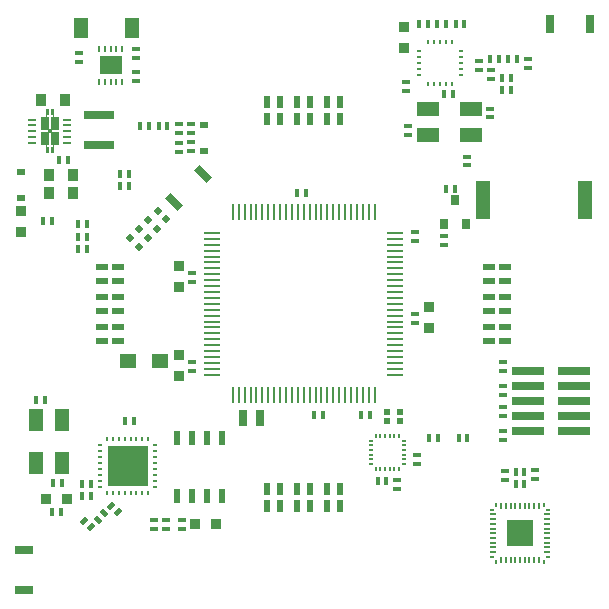
<source format=gtp>
G04 ================== begin FILE IDENTIFICATION RECORD ==================*
G04 Layout Name:  E:/git/clay/Circuit/R6_1/allegro_c6r3/CLAYc6r3.brd*
G04 Film Name:    PASTE_TOP*
G04 File Format:  Gerber RS274X*
G04 File Origin:  Cadence Allegro 16.6-P004*
G04 Origin Date:  Sun Mar 06 08:34:24 2016*
G04 *
G04 Layer:  VIA CLASS/PASTEMASK_TOP*
G04 Layer:  PIN/PASTEMASK_TOP*
G04 Layer:  DRC ERROR CLASS/PASTEMASK_TOP*
G04 *
G04 Offset:    (0.00 0.00)*
G04 Mirror:    No*
G04 Mode:      Positive*
G04 Rotation:  0*
G04 FullContactRelief:  No*
G04 UndefLineWidth:     0.00*
G04 ================== end FILE IDENTIFICATION RECORD ====================*
%FSLAX25Y25*MOIN*%
%IR0*IPPOS*OFA0.00000B0.00000*MIA0B0*SFA1.00000B1.00000*%
%ADD22R,.1X.03*%
%AMMACRO30*
21,1,.021,.02,0.0,0.0,135.*%
%ADD30MACRO30*%
%ADD44R,.05X.125*%
%ADD47R,.105X.028*%
%ADD39R,.014X.007*%
%ADD38R,.007X.014*%
%ADD24R,.009X.022*%
%ADD18R,.031X.009*%
%ADD28R,.014X.009*%
%AMMACRO19*
21,1,.018,.028,0.0,0.0,135.*%
%ADD19MACRO19*%
%ADD27R,.009X.014*%
%ADD43R,.019X.008*%
%ADD46R,.008X.019*%
%ADD45R,.09X.09*%
%ADD32R,.02X.05*%
%ADD36R,.052X.011*%
%ADD10R,.06X.03*%
%ADD48R,.03X.06*%
%ADD41R,.03X.033*%
%ADD35R,.011X.052*%
%AMMACRO17*
4,1,44,.0311,-.04567,
.01496,-.04567,
.01496,-.07402,
.00472,-.07402,
.00472,-.05433,
.00871,-.05433,
.00871,-.04567,
.00433,-.04567,
.00433,-.008,
-.00433,-.008,
-.00433,-.04567,
-.00898,-.04567,
-.00898,-.05433,
-.00472,-.05433,
-.00472,-.07402,
-.01496,-.07402,
-.01496,-.04567,
-.0311,-.04567,
-.0311,-.00433,
-.008,-.00433,
-.008,.00433,
-.0311,.00433,
-.0311,.04567,
-.01496,.04567,
-.01496,.07402,
-.00472,.07402,
-.00472,.05433,
-.00936,.05433,
-.00936,.04567,
-.00433,.04567,
-.00433,.008,
.00433,.008,
.00433,.04567,
.00942,.04567,
.00942,.05433,
.00474,.05433,
.00474,.07402,
.01496,.07402,
.01496,.04567,
.0311,.04567,
.0311,.00433,
.008,.00433,
.008,-.00433,
.0311,-.00433,
.0311,-.04567,
0.0*
%
%ADD17MACRO17*%
%ADD21R,.043X.023*%
%ADD37R,.023X.043*%
%ADD40R,.023X.019*%
%ADD16R,.028X.022*%
%AMMACRO33*
21,1,.028,.06,0.0,0.0,45.*%
%ADD33MACRO33*%
%ADD15R,.038X.04*%
%ADD25R,.05X.065*%
%ADD34R,.028X.052*%
%ADD31R,.075X.06*%
%ADD23R,.028X.018*%
%AMMACRO20*
21,1,.018,.028,0.0,0.0,45.*%
%ADD20MACRO20*%
%ADD29R,.055X.045*%
%ADD14R,.038X.036*%
%ADD13R,.018X.028*%
%ADD42R,.075X.045*%
%ADD11R,.036X.038*%
%ADD12R,.045X.075*%
%ADD26R,.135X.135*%
%LPD*%
G75*
G54D10*
X-93400Y-95393D03*
Y-82007D03*
G54D11*
X-86000Y-65000D03*
X-79000D03*
X-36100Y-73300D03*
X-29100D03*
G54D20*
X-68643Y-71943D03*
X-66557Y-69857D03*
G54D12*
X-89331Y-53134D03*
Y-38567D03*
X-80669Y-53134D03*
Y-38567D03*
G54D21*
X-67250Y-12250D03*
Y2250D03*
Y-2250D03*
Y-7750D03*
Y12250D03*
Y7750D03*
X-61750Y-12250D03*
Y2250D03*
Y-2250D03*
Y-7750D03*
Y12250D03*
Y7750D03*
X61750Y-12250D03*
Y-7750D03*
Y-2250D03*
Y2250D03*
Y7750D03*
Y12250D03*
X67250Y-12250D03*
Y-7750D03*
Y-2250D03*
Y2250D03*
Y7750D03*
Y12250D03*
G54D30*
X-55050Y18924D03*
X-57950Y21824D03*
X-51973Y21999D03*
X-51796Y27975D03*
X-54873Y24899D03*
X-48896Y25075D03*
X-45821Y28152D03*
X-48721Y31052D03*
G54D13*
X-86375Y-32000D03*
X-89325D03*
X-86775Y27600D03*
X-73975Y-64000D03*
X-71025D03*
Y-60000D03*
X-73975D03*
X-83625Y-59700D03*
X-80675D03*
X-83975Y-69500D03*
X-81025D03*
X-75075Y22400D03*
X-72125D03*
X-75075Y18300D03*
X-72125D03*
X-75075Y26500D03*
X-72125D03*
X-83825Y27600D03*
X-81575Y48000D03*
X-78625D03*
X-56725Y-39100D03*
X-59675D03*
X-61275Y39200D03*
X-58325D03*
Y43300D03*
X-61275D03*
X-54475Y59400D03*
X-51525D03*
X-45425D03*
X-48375D03*
X-2275Y37100D03*
X6375Y-37100D03*
X3425D03*
X675Y37100D03*
X27575Y-59200D03*
X24625D03*
X22075Y-37100D03*
X19125D03*
X41925Y-44800D03*
X44875D03*
X47425Y38400D03*
X46825Y69900D03*
X47475Y93300D03*
X44525D03*
X38525D03*
X41475D03*
X54575Y-44800D03*
X51625D03*
X50375Y38400D03*
X49775Y69900D03*
X62025Y81600D03*
X50625Y93300D03*
X53575D03*
X70625Y-60200D03*
X73575D03*
X70625Y-56200D03*
X73575D03*
X68975Y71200D03*
X66025D03*
X64975Y81600D03*
X68975Y75200D03*
X66025D03*
X70975Y81600D03*
X68025D03*
G54D31*
X-64400Y79500D03*
G54D40*
X27735Y-36025D03*
Y-39175D03*
X32065Y-36025D03*
Y-39175D03*
G54D22*
X-68100Y52780D03*
Y62820D03*
G54D14*
X-94300Y30900D03*
Y23900D03*
X-41700Y-24000D03*
Y-17000D03*
Y5600D03*
Y12600D03*
X41700Y-8200D03*
Y-1200D03*
X33500Y85200D03*
Y92200D03*
G54D23*
X-75000Y83475D03*
Y80525D03*
X-55900Y77175D03*
Y74225D03*
Y81825D03*
Y84775D03*
X-49800Y-72125D03*
Y-75075D03*
X-45800Y-72125D03*
Y-75075D03*
X-40600D03*
Y-72125D03*
X-37100Y-22275D03*
Y-19325D03*
Y7225D03*
Y10175D03*
X-37600Y53775D03*
Y50825D03*
X-41700Y53675D03*
Y50725D03*
Y59875D03*
Y56925D03*
X-37600Y59875D03*
Y56925D03*
X31100Y-61675D03*
Y-58725D03*
X37700Y-50525D03*
Y-53475D03*
X37100Y-6375D03*
Y-3425D03*
X46700Y22475D03*
Y19525D03*
X37100Y21025D03*
Y23975D03*
X34000Y71025D03*
X34600Y59375D03*
Y56425D03*
X34000Y73975D03*
X54500Y49075D03*
Y46125D03*
X62000Y62125D03*
Y65075D03*
X62500Y75025D03*
Y77975D03*
X58400Y80875D03*
Y77925D03*
X66500Y-45475D03*
X77200Y-58475D03*
Y-55525D03*
X67000Y-58675D03*
Y-55725D03*
X66500Y-42525D03*
Y-37475D03*
Y-34525D03*
Y-27525D03*
Y-30475D03*
Y-22475D03*
Y-19525D03*
X74600Y78625D03*
Y81575D03*
G54D41*
X46700Y26550D03*
X50400Y34450D03*
X54100Y26550D03*
G54D32*
X-37100Y-64200D03*
X-42100D03*
X-37100Y-44800D03*
X-42100D03*
X-27100Y-64200D03*
X-32100D03*
X-27100Y-44800D03*
X-32100D03*
G54D42*
X41266Y56419D03*
Y65081D03*
X55833Y56419D03*
Y65081D03*
G54D15*
X-84737Y36800D03*
Y42900D03*
X-87537Y68100D03*
X-76863Y36800D03*
Y42900D03*
X-79663Y68100D03*
G54D33*
X-43133Y33867D03*
X-33667Y43333D03*
G54D24*
X-68335Y85012D03*
Y73988D03*
X-66367Y85012D03*
X-64399D03*
X-62431D03*
X-60463D03*
X-66367Y73988D03*
X-64399D03*
X-62431D03*
X-60463D03*
G54D34*
X-20400Y-38100D03*
X-14600D03*
G54D25*
X-74400Y92100D03*
X-57400D03*
G54D16*
X-94400Y35200D03*
Y44000D03*
X-33300Y50900D03*
Y59700D03*
G54D43*
X63140Y-82780D03*
Y-81210D03*
Y-79640D03*
Y-78070D03*
Y-76500D03*
Y-74930D03*
Y-73360D03*
Y-71790D03*
Y-70220D03*
X81060Y-82780D03*
Y-81210D03*
Y-79640D03*
Y-78070D03*
Y-76500D03*
Y-74930D03*
Y-73360D03*
Y-71790D03*
Y-70220D03*
G54D26*
X-58700Y-54100D03*
G54D17*
X-84600Y57500D03*
G54D35*
X-19685Y-30512D03*
X-21654D03*
X-23622D03*
X-19685Y30512D03*
X-21654D03*
X-23622D03*
X-3937Y-30512D03*
X-5906D03*
X-7874D03*
X-9842D03*
X-11811D03*
X-13780D03*
X-15748D03*
X-17716D03*
X-3937Y30512D03*
X-5906D03*
X-7874D03*
X-9842D03*
X-11811D03*
X-13780D03*
X-15748D03*
X-17716D03*
X13780Y-30512D03*
X11811D03*
X9842D03*
X7874D03*
X5906D03*
X3937D03*
X1968D03*
X0D03*
X-1968D03*
X13780Y30512D03*
X11811D03*
X9842D03*
X7874D03*
X5906D03*
X3937D03*
X1968D03*
X0D03*
X-1968D03*
X23622Y-30512D03*
X21654D03*
X19685D03*
X17716D03*
X15748D03*
X23622Y30512D03*
X21654D03*
X19685D03*
X17716D03*
X15748D03*
G54D44*
X59674Y34500D03*
X93926D03*
G54D36*
X-30512Y-23622D03*
Y-21654D03*
Y-19685D03*
Y-17716D03*
Y-15748D03*
Y-13780D03*
Y-11811D03*
Y-9842D03*
Y-7874D03*
Y-5906D03*
Y-3937D03*
Y-1968D03*
Y0D03*
Y1968D03*
Y3937D03*
Y5906D03*
Y7874D03*
Y9842D03*
Y11811D03*
Y13780D03*
Y15748D03*
Y17716D03*
Y19685D03*
Y21654D03*
Y23622D03*
X30512Y-23622D03*
Y-21654D03*
Y-19685D03*
Y-17716D03*
Y-15748D03*
Y-13780D03*
Y-11811D03*
Y-9842D03*
Y-7874D03*
Y-5906D03*
Y-3937D03*
Y-1968D03*
Y0D03*
Y1968D03*
Y3937D03*
Y5906D03*
Y7874D03*
Y9842D03*
Y11811D03*
Y13780D03*
Y15748D03*
Y17716D03*
Y19685D03*
Y21654D03*
Y23622D03*
G54D45*
X72100Y-76500D03*
G54D27*
X-51800Y-63160D03*
X-53770D03*
X-55740D03*
X-57710D03*
X-59680D03*
X-61650D03*
X-63620D03*
X-65590D03*
X-51800Y-45040D03*
X-53770D03*
X-55740D03*
X-57710D03*
X-59680D03*
X-61650D03*
X-63620D03*
X-65590D03*
X47466Y73310D03*
X45497D03*
X43528D03*
X41560D03*
X47466Y87290D03*
X45497D03*
X43528D03*
X41560D03*
X49434Y73310D03*
Y87290D03*
G54D18*
X-90407Y53563D03*
Y61437D03*
Y59468D03*
Y57500D03*
Y55532D03*
X-78793Y53563D03*
Y61437D03*
Y59468D03*
Y57500D03*
Y55532D03*
G54D37*
X-2250Y-67250D03*
Y-61750D03*
X-12250Y-67250D03*
Y-61750D03*
X-7750Y-67250D03*
Y-61750D03*
X-2250Y67250D03*
Y61750D03*
X-7750Y67250D03*
Y61750D03*
X-12250Y67250D03*
Y61750D03*
X7750Y-67250D03*
Y-61750D03*
X12250Y-67250D03*
Y-61750D03*
X2250Y-67250D03*
Y-61750D03*
X12250Y67250D03*
Y61750D03*
X7750Y67250D03*
Y61750D03*
X2250Y67250D03*
Y61750D03*
G54D46*
X78380Y-85460D03*
X76810D03*
X75240D03*
X73670D03*
X72100D03*
X70530D03*
X68960D03*
X67390D03*
X65820D03*
X78380Y-67540D03*
X76810D03*
X75240D03*
X73670D03*
X72100D03*
X70530D03*
X68960D03*
X67390D03*
X65820D03*
G54D19*
X-71057Y-74543D03*
X-73143Y-72457D03*
X-64143Y-67257D03*
X-62057Y-69343D03*
G54D28*
X-67760Y-60990D03*
Y-47200D03*
Y-49170D03*
Y-51140D03*
Y-53110D03*
Y-55080D03*
Y-57050D03*
Y-59020D03*
X-49640Y-60990D03*
Y-47200D03*
Y-49170D03*
Y-51140D03*
Y-53110D03*
Y-55080D03*
Y-57050D03*
Y-59020D03*
X38510Y76366D03*
Y78334D03*
Y80303D03*
Y82272D03*
Y84240D03*
X52490Y76366D03*
Y78334D03*
Y80303D03*
Y82272D03*
Y84240D03*
G54D29*
X-58450Y-19200D03*
X-47750D03*
G54D38*
X30262Y-55019D03*
X28687D03*
X27113D03*
X25538D03*
X23963D03*
X30262Y-43981D03*
X28687D03*
X27113D03*
X25538D03*
X23963D03*
X31837Y-55019D03*
Y-43981D03*
X79950Y-85985D03*
X64250D03*
X79950Y-67015D03*
X64250D03*
G54D47*
X74823Y-27500D03*
Y-32500D03*
Y-37500D03*
Y-42500D03*
Y-22500D03*
X90177Y-27500D03*
Y-32500D03*
Y-37500D03*
Y-42500D03*
Y-22500D03*
G54D48*
X95393Y93400D03*
X82007D03*
G54D39*
X22381Y-53437D03*
Y-51862D03*
Y-50287D03*
Y-48713D03*
Y-47138D03*
Y-45563D03*
X33459Y-53437D03*
Y-51862D03*
Y-50287D03*
Y-48713D03*
Y-47138D03*
Y-45563D03*
X62615Y-84350D03*
Y-68650D03*
X81585Y-84350D03*
Y-68650D03*
M02*

</source>
